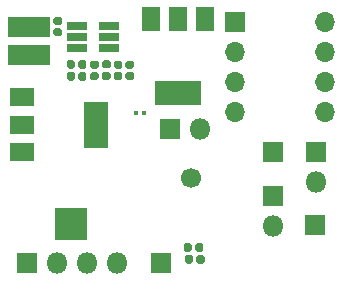
<source format=gbr>
%TF.GenerationSoftware,KiCad,Pcbnew,(5.1.6)-1*%
%TF.CreationDate,2020-10-15T17:46:37+08:00*%
%TF.ProjectId,Music_Player,4d757369-635f-4506-9c61-7965722e6b69,rev?*%
%TF.SameCoordinates,Original*%
%TF.FileFunction,Soldermask,Top*%
%TF.FilePolarity,Negative*%
%FSLAX46Y46*%
G04 Gerber Fmt 4.6, Leading zero omitted, Abs format (unit mm)*
G04 Created by KiCad (PCBNEW (5.1.6)-1) date 2020-10-15 17:46:37*
%MOMM*%
%LPD*%
G01*
G04 APERTURE LIST*
%ADD10C,0.420000*%
%ADD11R,1.600000X2.100000*%
%ADD12R,3.900000X2.100000*%
%ADD13R,2.100000X1.600000*%
%ADD14R,2.100000X3.900000*%
%ADD15R,1.660000X0.750000*%
%ADD16O,1.700000X1.700000*%
%ADD17R,1.700000X1.700000*%
%ADD18R,3.600000X1.700000*%
%ADD19R,1.800000X1.800000*%
%ADD20O,1.800000X1.800000*%
%ADD21C,1.700000*%
%ADD22R,2.800000X2.800000*%
G04 APERTURE END LIST*
D10*
%TO.C,Y1*%
X21700000Y-19300000D03*
X21000000Y-19300000D03*
%TD*%
D11*
%TO.C,U5*%
X26900000Y-11350000D03*
X22300000Y-11350000D03*
X24600000Y-11350000D03*
D12*
X24600000Y-17650000D03*
%TD*%
D13*
%TO.C,U4*%
X11350000Y-18000000D03*
X11350000Y-22600000D03*
X11350000Y-20300000D03*
D14*
X17650000Y-20300000D03*
%TD*%
D15*
%TO.C,U3*%
X18750000Y-12900000D03*
X18750000Y-11950000D03*
X18750000Y-13850000D03*
X16050000Y-13850000D03*
X16050000Y-12900000D03*
X16050000Y-11950000D03*
%TD*%
D16*
%TO.C,U2*%
X37020000Y-11600000D03*
X29400000Y-19220000D03*
X37020000Y-14140000D03*
X29400000Y-16680000D03*
X37020000Y-16680000D03*
X29400000Y-14140000D03*
X37020000Y-19220000D03*
D17*
X29400000Y-11600000D03*
%TD*%
%TO.C,R6*%
G36*
G01*
X15860000Y-15002500D02*
X15860000Y-15397500D01*
G75*
G02*
X15687500Y-15570000I-172500J0D01*
G01*
X15342500Y-15570000D01*
G75*
G02*
X15170000Y-15397500I0J172500D01*
G01*
X15170000Y-15002500D01*
G75*
G02*
X15342500Y-14830000I172500J0D01*
G01*
X15687500Y-14830000D01*
G75*
G02*
X15860000Y-15002500I0J-172500D01*
G01*
G37*
G36*
G01*
X16830000Y-15002500D02*
X16830000Y-15397500D01*
G75*
G02*
X16657500Y-15570000I-172500J0D01*
G01*
X16312500Y-15570000D01*
G75*
G02*
X16140000Y-15397500I0J172500D01*
G01*
X16140000Y-15002500D01*
G75*
G02*
X16312500Y-14830000I172500J0D01*
G01*
X16657500Y-14830000D01*
G75*
G02*
X16830000Y-15002500I0J-172500D01*
G01*
G37*
%TD*%
%TO.C,R5*%
G36*
G01*
X16140000Y-16397500D02*
X16140000Y-16002500D01*
G75*
G02*
X16312500Y-15830000I172500J0D01*
G01*
X16657500Y-15830000D01*
G75*
G02*
X16830000Y-16002500I0J-172500D01*
G01*
X16830000Y-16397500D01*
G75*
G02*
X16657500Y-16570000I-172500J0D01*
G01*
X16312500Y-16570000D01*
G75*
G02*
X16140000Y-16397500I0J172500D01*
G01*
G37*
G36*
G01*
X15170000Y-16397500D02*
X15170000Y-16002500D01*
G75*
G02*
X15342500Y-15830000I172500J0D01*
G01*
X15687500Y-15830000D01*
G75*
G02*
X15860000Y-16002500I0J-172500D01*
G01*
X15860000Y-16397500D01*
G75*
G02*
X15687500Y-16570000I-172500J0D01*
G01*
X15342500Y-16570000D01*
G75*
G02*
X15170000Y-16397500I0J172500D01*
G01*
G37*
%TD*%
D18*
%TO.C,L1*%
X12000000Y-14400000D03*
X12000000Y-12000000D03*
%TD*%
D19*
%TO.C,J7*%
X32600000Y-22600000D03*
%TD*%
%TO.C,J6*%
X36200000Y-28800000D03*
%TD*%
%TO.C,J5*%
X23100000Y-32000000D03*
%TD*%
D20*
%TO.C,J4*%
X19420000Y-32000000D03*
X16880000Y-32000000D03*
X14340000Y-32000000D03*
D19*
X11800000Y-32000000D03*
%TD*%
D20*
%TO.C,J3*%
X36300000Y-25140000D03*
D19*
X36300000Y-22600000D03*
%TD*%
D20*
%TO.C,J2*%
X32600000Y-28840000D03*
D19*
X32600000Y-26300000D03*
%TD*%
D20*
%TO.C,J1*%
X26440000Y-20700000D03*
D19*
X23900000Y-20700000D03*
%TD*%
%TO.C,D3*%
G36*
G01*
X20697500Y-15560000D02*
X20302500Y-15560000D01*
G75*
G02*
X20130000Y-15387500I0J172500D01*
G01*
X20130000Y-15042500D01*
G75*
G02*
X20302500Y-14870000I172500J0D01*
G01*
X20697500Y-14870000D01*
G75*
G02*
X20870000Y-15042500I0J-172500D01*
G01*
X20870000Y-15387500D01*
G75*
G02*
X20697500Y-15560000I-172500J0D01*
G01*
G37*
G36*
G01*
X20697500Y-16530000D02*
X20302500Y-16530000D01*
G75*
G02*
X20130000Y-16357500I0J172500D01*
G01*
X20130000Y-16012500D01*
G75*
G02*
X20302500Y-15840000I172500J0D01*
G01*
X20697500Y-15840000D01*
G75*
G02*
X20870000Y-16012500I0J-172500D01*
G01*
X20870000Y-16357500D01*
G75*
G02*
X20697500Y-16530000I-172500J0D01*
G01*
G37*
%TD*%
%TO.C,D2*%
G36*
G01*
X19697500Y-15560000D02*
X19302500Y-15560000D01*
G75*
G02*
X19130000Y-15387500I0J172500D01*
G01*
X19130000Y-15042500D01*
G75*
G02*
X19302500Y-14870000I172500J0D01*
G01*
X19697500Y-14870000D01*
G75*
G02*
X19870000Y-15042500I0J-172500D01*
G01*
X19870000Y-15387500D01*
G75*
G02*
X19697500Y-15560000I-172500J0D01*
G01*
G37*
G36*
G01*
X19697500Y-16530000D02*
X19302500Y-16530000D01*
G75*
G02*
X19130000Y-16357500I0J172500D01*
G01*
X19130000Y-16012500D01*
G75*
G02*
X19302500Y-15840000I172500J0D01*
G01*
X19697500Y-15840000D01*
G75*
G02*
X19870000Y-16012500I0J-172500D01*
G01*
X19870000Y-16357500D01*
G75*
G02*
X19697500Y-16530000I-172500J0D01*
G01*
G37*
%TD*%
%TO.C,C8*%
G36*
G01*
X26140000Y-31897500D02*
X26140000Y-31502500D01*
G75*
G02*
X26312500Y-31330000I172500J0D01*
G01*
X26657500Y-31330000D01*
G75*
G02*
X26830000Y-31502500I0J-172500D01*
G01*
X26830000Y-31897500D01*
G75*
G02*
X26657500Y-32070000I-172500J0D01*
G01*
X26312500Y-32070000D01*
G75*
G02*
X26140000Y-31897500I0J172500D01*
G01*
G37*
G36*
G01*
X25170000Y-31897500D02*
X25170000Y-31502500D01*
G75*
G02*
X25342500Y-31330000I172500J0D01*
G01*
X25687500Y-31330000D01*
G75*
G02*
X25860000Y-31502500I0J-172500D01*
G01*
X25860000Y-31897500D01*
G75*
G02*
X25687500Y-32070000I-172500J0D01*
G01*
X25342500Y-32070000D01*
G75*
G02*
X25170000Y-31897500I0J172500D01*
G01*
G37*
%TD*%
%TO.C,C7*%
G36*
G01*
X26040000Y-30897500D02*
X26040000Y-30502500D01*
G75*
G02*
X26212500Y-30330000I172500J0D01*
G01*
X26557500Y-30330000D01*
G75*
G02*
X26730000Y-30502500I0J-172500D01*
G01*
X26730000Y-30897500D01*
G75*
G02*
X26557500Y-31070000I-172500J0D01*
G01*
X26212500Y-31070000D01*
G75*
G02*
X26040000Y-30897500I0J172500D01*
G01*
G37*
G36*
G01*
X25070000Y-30897500D02*
X25070000Y-30502500D01*
G75*
G02*
X25242500Y-30330000I172500J0D01*
G01*
X25587500Y-30330000D01*
G75*
G02*
X25760000Y-30502500I0J-172500D01*
G01*
X25760000Y-30897500D01*
G75*
G02*
X25587500Y-31070000I-172500J0D01*
G01*
X25242500Y-31070000D01*
G75*
G02*
X25070000Y-30897500I0J172500D01*
G01*
G37*
%TD*%
%TO.C,C4*%
G36*
G01*
X18302500Y-15825000D02*
X18697500Y-15825000D01*
G75*
G02*
X18870000Y-15997500I0J-172500D01*
G01*
X18870000Y-16342500D01*
G75*
G02*
X18697500Y-16515000I-172500J0D01*
G01*
X18302500Y-16515000D01*
G75*
G02*
X18130000Y-16342500I0J172500D01*
G01*
X18130000Y-15997500D01*
G75*
G02*
X18302500Y-15825000I172500J0D01*
G01*
G37*
G36*
G01*
X18302500Y-14855000D02*
X18697500Y-14855000D01*
G75*
G02*
X18870000Y-15027500I0J-172500D01*
G01*
X18870000Y-15372500D01*
G75*
G02*
X18697500Y-15545000I-172500J0D01*
G01*
X18302500Y-15545000D01*
G75*
G02*
X18130000Y-15372500I0J172500D01*
G01*
X18130000Y-15027500D01*
G75*
G02*
X18302500Y-14855000I172500J0D01*
G01*
G37*
%TD*%
%TO.C,C3*%
G36*
G01*
X17302500Y-15840000D02*
X17697500Y-15840000D01*
G75*
G02*
X17870000Y-16012500I0J-172500D01*
G01*
X17870000Y-16357500D01*
G75*
G02*
X17697500Y-16530000I-172500J0D01*
G01*
X17302500Y-16530000D01*
G75*
G02*
X17130000Y-16357500I0J172500D01*
G01*
X17130000Y-16012500D01*
G75*
G02*
X17302500Y-15840000I172500J0D01*
G01*
G37*
G36*
G01*
X17302500Y-14870000D02*
X17697500Y-14870000D01*
G75*
G02*
X17870000Y-15042500I0J-172500D01*
G01*
X17870000Y-15387500D01*
G75*
G02*
X17697500Y-15560000I-172500J0D01*
G01*
X17302500Y-15560000D01*
G75*
G02*
X17130000Y-15387500I0J172500D01*
G01*
X17130000Y-15042500D01*
G75*
G02*
X17302500Y-14870000I172500J0D01*
G01*
G37*
%TD*%
%TO.C,C2*%
G36*
G01*
X14597500Y-11860000D02*
X14202500Y-11860000D01*
G75*
G02*
X14030000Y-11687500I0J172500D01*
G01*
X14030000Y-11342500D01*
G75*
G02*
X14202500Y-11170000I172500J0D01*
G01*
X14597500Y-11170000D01*
G75*
G02*
X14770000Y-11342500I0J-172500D01*
G01*
X14770000Y-11687500D01*
G75*
G02*
X14597500Y-11860000I-172500J0D01*
G01*
G37*
G36*
G01*
X14597500Y-12830000D02*
X14202500Y-12830000D01*
G75*
G02*
X14030000Y-12657500I0J172500D01*
G01*
X14030000Y-12312500D01*
G75*
G02*
X14202500Y-12140000I172500J0D01*
G01*
X14597500Y-12140000D01*
G75*
G02*
X14770000Y-12312500I0J-172500D01*
G01*
X14770000Y-12657500D01*
G75*
G02*
X14597500Y-12830000I-172500J0D01*
G01*
G37*
%TD*%
D21*
%TO.C,BT1*%
X25670000Y-24850000D03*
D22*
X15500000Y-28700000D03*
%TD*%
M02*

</source>
